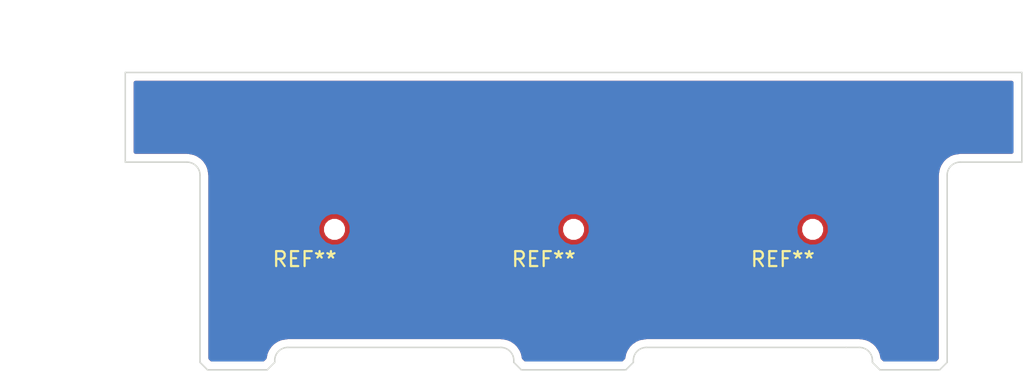
<source format=kicad_pcb>
(kicad_pcb (version 4) (host pcbnew "(2016-01-25 BZR 6514, Git a23e712)-product")

  (general
    (links 0)
    (no_connects 0)
    (area 109.250001 90.149999 178.050001 115.000001)
    (thickness 1.6)
    (drawings 35)
    (tracks 0)
    (zones 0)
    (modules 3)
    (nets 1)
  )

  (page A4)
  (layers
    (0 F.Cu signal)
    (31 B.Cu signal hide)
    (32 B.Adhes user)
    (33 F.Adhes user)
    (34 B.Paste user)
    (35 F.Paste user)
    (36 B.SilkS user)
    (37 F.SilkS user)
    (38 B.Mask user hide)
    (39 F.Mask user)
    (40 Dwgs.User user)
    (41 Cmts.User user)
    (42 Eco1.User user)
    (43 Eco2.User user)
    (44 Edge.Cuts user)
    (45 Margin user)
    (46 B.CrtYd user)
    (47 F.CrtYd user)
    (48 B.Fab user)
    (49 F.Fab user)
  )

  (setup
    (last_trace_width 0.25)
    (trace_clearance 0.2)
    (zone_clearance 0)
    (zone_45_only no)
    (trace_min 0.2)
    (segment_width 0.1)
    (edge_width 0.1)
    (via_size 0.6)
    (via_drill 0.4)
    (via_min_size 0.4)
    (via_min_drill 0.3)
    (uvia_size 0.3)
    (uvia_drill 0.1)
    (uvias_allowed no)
    (uvia_min_size 0.2)
    (uvia_min_drill 0.1)
    (pcb_text_width 0.3)
    (pcb_text_size 1.5 1.5)
    (mod_edge_width 0.15)
    (mod_text_size 1 1)
    (mod_text_width 0.15)
    (pad_size 1 1)
    (pad_drill 1)
    (pad_to_mask_clearance 0.2)
    (aux_axis_origin 0 0)
    (visible_elements FFFFFF7F)
    (pcbplotparams
      (layerselection 0x01000_7ffffffe)
      (usegerberextensions false)
      (excludeedgelayer true)
      (linewidth 0.100000)
      (plotframeref false)
      (viasonmask false)
      (mode 1)
      (useauxorigin true)
      (hpglpennumber 1)
      (hpglpenspeed 20)
      (hpglpendiameter 15)
      (hpglpenoverlay 2)
      (psnegative false)
      (psa4output false)
      (plotreference true)
      (plotvalue true)
      (plotinvisibletext false)
      (padsonsilk false)
      (subtractmaskfromsilk false)
      (outputformat 1)
      (mirror false)
      (drillshape 0)
      (scaleselection 1)
      (outputdirectory pinholes-gerbers))
  )

  (net 0 "")

  (net_class Default "This is the default net class."
    (clearance 0.2)
    (trace_width 0.25)
    (via_dia 0.6)
    (via_drill 0.4)
    (uvia_dia 0.3)
    (uvia_drill 0.1)
  )

  (module hole (layer F.Cu) (tedit 576D0DE9) (tstamp 576CF097)
    (at 132 105.5)
    (fp_text reference REF** (at -2 2) (layer F.SilkS)
      (effects (font (size 1 1) (thickness 0.15)))
    )
    (fp_text value hole (at -2 -1) (layer F.Fab)
      (effects (font (size 1 1) (thickness 0.15)))
    )
    (pad "" np_thru_hole circle (at 0 0) (size 1 1) (drill 1) (layers *.Cu))
  )

  (module hole (layer F.Cu) (tedit 576CF085) (tstamp 576CF0B9)
    (at 164 105.5)
    (fp_text reference REF** (at -2 2) (layer F.SilkS)
      (effects (font (size 1 1) (thickness 0.15)))
    )
    (fp_text value hole (at -2 -1) (layer F.Fab)
      (effects (font (size 1 1) (thickness 0.15)))
    )
    (pad "" np_thru_hole circle (at 0 0) (size 1 1) (drill 1) (layers *.Cu))
  )

  (module hole (layer F.Cu) (tedit 576CF085) (tstamp 576CF0B2)
    (at 148 105.5)
    (fp_text reference REF** (at -2 2) (layer F.SilkS)
      (effects (font (size 1 1) (thickness 0.15)))
    )
    (fp_text value hole (at -2 -1) (layer F.Fab)
      (effects (font (size 1 1) (thickness 0.15)))
    )
    (pad "" np_thru_hole circle (at 0 0) (size 1 1) (drill 1) (layers *.Cu))
  )

  (gr_arc (start 152.875 114.275) (end 152 114.275) (angle 90) (layer Edge.Cuts) (width 0.1) (tstamp 576CEF34))
  (gr_arc (start 167.125 114.275) (end 167.125 113.4) (angle 90) (layer Edge.Cuts) (width 0.1) (tstamp 576CEF21))
  (gr_arc (start 143.125 114.275) (end 143.125 113.4) (angle 90) (layer Edge.Cuts) (width 0.1) (tstamp 576CEF16))
  (gr_arc (start 128.875 114.275) (end 128 114.275) (angle 90) (layer Edge.Cuts) (width 0.1))
  (gr_line (start 128.875 112.96) (end 128.875 114.65) (layer Eco1.User) (width 0.1))
  (gr_line (start 127.2 114.275) (end 129 114.275) (layer Eco1.User) (width 0.1))
  (gr_line (start 123 114.4) (end 123.5 114.9) (layer Edge.Cuts) (width 0.1))
  (gr_arc (start 173.875 101.875) (end 173 101.875) (angle 90) (layer Edge.Cuts) (width 0.1))
  (gr_arc (start 122.125 101.875) (end 122.125 101) (angle 90) (layer Edge.Cuts) (width 0.1))
  (dimension 30 (width 0.3) (layer Eco1.User)
    (gr_text "30.000 mm" (at 162.998365 103.677641) (layer Eco1.User) (tstamp 576CEBC3)
      (effects (font (size 1.5 1.5) (thickness 0.3)))
    )
    (feature1 (pts (xy 147.998365 90.577641) (xy 147.998365 105.027641)))
    (feature2 (pts (xy 177.998365 90.577641) (xy 177.998365 105.027641)))
    (crossbar (pts (xy 177.998365 102.327641) (xy 147.998365 102.327641)))
    (arrow1a (pts (xy 147.998365 102.327641) (xy 149.124869 101.74122)))
    (arrow1b (pts (xy 147.998365 102.327641) (xy 149.124869 102.914062)))
    (arrow2a (pts (xy 177.998365 102.327641) (xy 176.871861 101.74122)))
    (arrow2b (pts (xy 177.998365 102.327641) (xy 176.871861 102.914062)))
  )
  (gr_line (start 148 107.5) (end 148 90.25) (layer Eco1.User) (width 0.2))
  (dimension 10.5 (width 0.3) (layer Eco1.User)
    (gr_text "10.500 mm" (at 115.9 100.25 90) (layer Eco1.User) (tstamp 576D0CEB)
      (effects (font (size 1.5 1.5) (thickness 0.3)))
    )
    (feature1 (pts (xy 128 95) (xy 114.55 95)))
    (feature2 (pts (xy 128 105.5) (xy 114.55 105.5)))
    (crossbar (pts (xy 117.25 105.5) (xy 117.25 95)))
    (arrow1a (pts (xy 117.25 95) (xy 117.836421 96.126504)))
    (arrow1b (pts (xy 117.25 95) (xy 116.663579 96.126504)))
    (arrow2a (pts (xy 117.25 105.5) (xy 117.836421 104.373496)))
    (arrow2b (pts (xy 117.25 105.5) (xy 116.663579 104.373496)))
  )
  (gr_line (start 127.5 105.5) (end 169 105.5) (layer Eco1.User) (width 0.2))
  (gr_line (start 128.875 113.4) (end 143.125 113.4) (layer Edge.Cuts) (width 0.1))
  (gr_line (start 128 114.4) (end 128 114.275) (layer Edge.Cuts) (width 0.1))
  (gr_line (start 127.5 114.9) (end 128 114.4) (layer Edge.Cuts) (width 0.1))
  (gr_line (start 123.5 114.9) (end 127.5 114.9) (layer Edge.Cuts) (width 0.1))
  (gr_line (start 123 101.875) (end 123 114.4) (layer Edge.Cuts) (width 0.1))
  (gr_line (start 118 101) (end 122.125 101) (layer Edge.Cuts) (width 0.1))
  (gr_line (start 118 95) (end 118 101) (layer Edge.Cuts) (width 0.1))
  (gr_line (start 178 95) (end 118 95) (layer Edge.Cuts) (width 0.1))
  (gr_line (start 173 114.4) (end 173 101.875) (layer Edge.Cuts) (width 0.1))
  (gr_line (start 172.5 114.9) (end 173 114.4) (layer Edge.Cuts) (width 0.1))
  (gr_line (start 168.5 114.9) (end 172.5 114.9) (layer Edge.Cuts) (width 0.1))
  (gr_line (start 168 114.4) (end 168.5 114.9) (layer Edge.Cuts) (width 0.1))
  (gr_line (start 168 114.275) (end 168 114.4) (layer Edge.Cuts) (width 0.1))
  (gr_line (start 166.25 113.4) (end 167.125 113.4) (layer Edge.Cuts) (width 0.1))
  (gr_line (start 152.875 113.4) (end 166.25 113.4) (layer Edge.Cuts) (width 0.1))
  (gr_line (start 152 114.4) (end 152 114.275) (layer Edge.Cuts) (width 0.1))
  (gr_line (start 151.5 114.9) (end 152 114.4) (layer Edge.Cuts) (width 0.1))
  (gr_line (start 144.5 114.9) (end 151.5 114.9) (layer Edge.Cuts) (width 0.1))
  (gr_line (start 144 114.4) (end 144.5 114.9) (layer Edge.Cuts) (width 0.1))
  (gr_line (start 144 114.275) (end 144 114.4) (layer Edge.Cuts) (width 0.1))
  (gr_line (start 178 101) (end 178 95) (layer Edge.Cuts) (width 0.1))
  (gr_line (start 173.875 101) (end 178 101) (layer Edge.Cuts) (width 0.1))

  (zone (net 0) (net_name "") (layer F.Cu) (tstamp 0) (hatch edge 0.508)
    (connect_pads (clearance 0.508))
    (min_thickness 0.254)
    (fill yes (arc_segments 16) (thermal_gap 0.508) (thermal_bridge_width 0.508))
    (polygon
      (pts
        (xy 118 95) (xy 178 95) (xy 178 101) (xy 174 101) (xy 173 102)
        (xy 173 115) (xy 168 115) (xy 167 114) (xy 153 114) (xy 152 115)
        (xy 144 115) (xy 143 114) (xy 129 114) (xy 128 115) (xy 123 115)
        (xy 123 114) (xy 123 102) (xy 118 101)
      )
    )
    (filled_polygon
      (pts
        (xy 177.315 100.315) (xy 173.875 100.315) (xy 173.80883 100.328162) (xy 173.406516 100.394767) (xy 173.406514 100.394768)
        (xy 173.406513 100.394768) (xy 173.159585 100.497049) (xy 172.875715 100.686726) (xy 172.82458 100.737862) (xy 172.686726 100.875715)
        (xy 172.497049 101.159585) (xy 172.497049 101.159586) (xy 172.497048 101.159587) (xy 172.394767 101.406516) (xy 172.328162 101.741364)
        (xy 172.328162 101.80883) (xy 172.315 101.875) (xy 172.315 114.116264) (xy 172.216264 114.215) (xy 168.783736 114.215)
        (xy 168.662338 114.093602) (xy 168.605233 113.806516) (xy 168.502952 113.559587) (xy 168.502951 113.559586) (xy 168.502951 113.559585)
        (xy 168.313274 113.275715) (xy 168.17542 113.137862) (xy 168.124285 113.086726) (xy 167.840415 112.897049) (xy 167.593487 112.794768)
        (xy 167.593486 112.794768) (xy 167.593484 112.794767) (xy 167.258636 112.728162) (xy 167.19117 112.728162) (xy 167.125 112.715)
        (xy 152.875 112.715) (xy 152.80883 112.728162) (xy 152.406516 112.794767) (xy 152.406514 112.794768) (xy 152.406513 112.794768)
        (xy 152.159585 112.897049) (xy 151.875715 113.086726) (xy 151.82458 113.137862) (xy 151.686726 113.275715) (xy 151.497049 113.559585)
        (xy 151.497049 113.559586) (xy 151.497048 113.559587) (xy 151.394767 113.806516) (xy 151.337662 114.093602) (xy 151.216264 114.215)
        (xy 144.783736 114.215) (xy 144.662338 114.093602) (xy 144.605233 113.806516) (xy 144.502952 113.559587) (xy 144.502951 113.559586)
        (xy 144.502951 113.559585) (xy 144.313274 113.275715) (xy 144.17542 113.137862) (xy 144.124285 113.086726) (xy 143.840415 112.897049)
        (xy 143.593487 112.794768) (xy 143.593486 112.794768) (xy 143.593484 112.794767) (xy 143.258636 112.728162) (xy 143.19117 112.728162)
        (xy 143.125 112.715) (xy 128.875 112.715) (xy 128.80883 112.728162) (xy 128.406516 112.794767) (xy 128.406514 112.794768)
        (xy 128.406513 112.794768) (xy 128.159585 112.897049) (xy 127.875715 113.086726) (xy 127.82458 113.137862) (xy 127.686726 113.275715)
        (xy 127.497049 113.559585) (xy 127.497049 113.559586) (xy 127.497048 113.559587) (xy 127.394767 113.806516) (xy 127.337662 114.093602)
        (xy 127.216264 114.215) (xy 123.783736 114.215) (xy 123.685 114.116264) (xy 123.685 103) (xy 128.873 103)
        (xy 128.873 108) (xy 128.882667 108.048601) (xy 128.910197 108.089803) (xy 128.951399 108.117333) (xy 129 108.127)
        (xy 166 108.127) (xy 166.048601 108.117333) (xy 166.089803 108.089803) (xy 166.117333 108.048601) (xy 166.127 108)
        (xy 166.127 103) (xy 166.117333 102.951399) (xy 166.089803 102.910197) (xy 166.048601 102.882667) (xy 166 102.873)
        (xy 129 102.873) (xy 128.951399 102.882667) (xy 128.910197 102.910197) (xy 128.882667 102.951399) (xy 128.873 103)
        (xy 123.685 103) (xy 123.685 101.875) (xy 123.671838 101.80883) (xy 123.671838 101.741364) (xy 123.605233 101.406516)
        (xy 123.502952 101.159587) (xy 123.502951 101.159586) (xy 123.502951 101.159585) (xy 123.313274 100.875715) (xy 123.17542 100.737862)
        (xy 123.124285 100.686726) (xy 122.840415 100.497049) (xy 122.593487 100.394768) (xy 122.593486 100.394768) (xy 122.593484 100.394767)
        (xy 122.258636 100.328162) (xy 122.19117 100.328162) (xy 122.125 100.315) (xy 118.685 100.315) (xy 118.685 95.685)
        (xy 177.315 95.685)
      )
    )
  )
  (zone (net 0) (net_name "") (layer B.Cu) (tstamp 576D0B8C) (hatch edge 0.508)
    (connect_pads (clearance 0.508))
    (min_thickness 0.254)
    (fill yes (arc_segments 16) (thermal_gap 0.508) (thermal_bridge_width 0.508))
    (polygon
      (pts
        (xy 118 95) (xy 178 95) (xy 178 101) (xy 174 101) (xy 173 102)
        (xy 173 115) (xy 168 115) (xy 167 114) (xy 153 114) (xy 152 115)
        (xy 144 115) (xy 143 114) (xy 129 114) (xy 128 115) (xy 123 115)
        (xy 123 114) (xy 123 102) (xy 118 101)
      )
    )
    (filled_polygon
      (pts
        (xy 177.315 100.315) (xy 173.875 100.315) (xy 173.80883 100.328162) (xy 173.406516 100.394767) (xy 173.406514 100.394768)
        (xy 173.406513 100.394768) (xy 173.159585 100.497049) (xy 172.875715 100.686726) (xy 172.82458 100.737862) (xy 172.686726 100.875715)
        (xy 172.497049 101.159585) (xy 172.497049 101.159586) (xy 172.497048 101.159587) (xy 172.394767 101.406516) (xy 172.328162 101.741364)
        (xy 172.328162 101.80883) (xy 172.315 101.875) (xy 172.315 114.116264) (xy 172.216264 114.215) (xy 168.783736 114.215)
        (xy 168.662338 114.093602) (xy 168.605233 113.806516) (xy 168.502952 113.559587) (xy 168.502951 113.559586) (xy 168.502951 113.559585)
        (xy 168.313274 113.275715) (xy 168.17542 113.137862) (xy 168.124285 113.086726) (xy 167.840415 112.897049) (xy 167.593487 112.794768)
        (xy 167.593486 112.794768) (xy 167.593484 112.794767) (xy 167.258636 112.728162) (xy 167.19117 112.728162) (xy 167.125 112.715)
        (xy 152.875 112.715) (xy 152.80883 112.728162) (xy 152.406516 112.794767) (xy 152.406514 112.794768) (xy 152.406513 112.794768)
        (xy 152.159585 112.897049) (xy 151.875715 113.086726) (xy 151.82458 113.137862) (xy 151.686726 113.275715) (xy 151.497049 113.559585)
        (xy 151.497049 113.559586) (xy 151.497048 113.559587) (xy 151.394767 113.806516) (xy 151.337662 114.093602) (xy 151.216264 114.215)
        (xy 144.783736 114.215) (xy 144.662338 114.093602) (xy 144.605233 113.806516) (xy 144.502952 113.559587) (xy 144.502951 113.559586)
        (xy 144.502951 113.559585) (xy 144.313274 113.275715) (xy 144.17542 113.137862) (xy 144.124285 113.086726) (xy 143.840415 112.897049)
        (xy 143.593487 112.794768) (xy 143.593486 112.794768) (xy 143.593484 112.794767) (xy 143.258636 112.728162) (xy 143.19117 112.728162)
        (xy 143.125 112.715) (xy 128.875 112.715) (xy 128.80883 112.728162) (xy 128.406516 112.794767) (xy 128.406514 112.794768)
        (xy 128.406513 112.794768) (xy 128.159585 112.897049) (xy 127.875715 113.086726) (xy 127.82458 113.137862) (xy 127.686726 113.275715)
        (xy 127.497049 113.559585) (xy 127.497049 113.559586) (xy 127.497048 113.559587) (xy 127.394767 113.806516) (xy 127.337662 114.093602)
        (xy 127.216264 114.215) (xy 123.783736 114.215) (xy 123.685 114.116264) (xy 123.685 105.354972) (xy 130.851888 105.354972)
        (xy 130.864965 105.539632) (xy 130.864803 105.724775) (xy 130.88082 105.76354) (xy 130.883783 105.805375) (xy 130.994783 106.073352)
        (xy 131.009912 106.075965) (xy 131.037233 106.142086) (xy 131.356235 106.461645) (xy 131.423982 106.489776) (xy 131.426648 106.505217)
        (xy 131.602257 106.563803) (xy 131.773244 106.634803) (xy 131.815188 106.63484) (xy 131.854972 106.648112) (xy 132.039632 106.635035)
        (xy 132.224775 106.635197) (xy 132.26354 106.61918) (xy 132.305375 106.616217) (xy 132.573352 106.505217) (xy 132.575965 106.490088)
        (xy 132.642086 106.462767) (xy 132.961645 106.143765) (xy 132.989776 106.076018) (xy 133.005217 106.073352) (xy 133.063803 105.897743)
        (xy 133.134803 105.726756) (xy 133.13484 105.684812) (xy 133.148112 105.645028) (xy 133.135035 105.460368) (xy 133.135127 105.354972)
        (xy 146.851888 105.354972) (xy 146.864965 105.539632) (xy 146.864803 105.724775) (xy 146.88082 105.76354) (xy 146.883783 105.805375)
        (xy 146.994783 106.073352) (xy 147.009912 106.075965) (xy 147.037233 106.142086) (xy 147.356235 106.461645) (xy 147.423982 106.489776)
        (xy 147.426648 106.505217) (xy 147.602257 106.563803) (xy 147.773244 106.634803) (xy 147.815188 106.63484) (xy 147.854972 106.648112)
        (xy 148.039632 106.635035) (xy 148.224775 106.635197) (xy 148.26354 106.61918) (xy 148.305375 106.616217) (xy 148.573352 106.505217)
        (xy 148.575965 106.490088) (xy 148.642086 106.462767) (xy 148.961645 106.143765) (xy 148.989776 106.076018) (xy 149.005217 106.073352)
        (xy 149.063803 105.897743) (xy 149.134803 105.726756) (xy 149.13484 105.684812) (xy 149.148112 105.645028) (xy 149.135035 105.460368)
        (xy 149.135127 105.354972) (xy 162.851888 105.354972) (xy 162.864965 105.539632) (xy 162.864803 105.724775) (xy 162.88082 105.76354)
        (xy 162.883783 105.805375) (xy 162.994783 106.073352) (xy 163.009912 106.075965) (xy 163.037233 106.142086) (xy 163.356235 106.461645)
        (xy 163.423982 106.489776) (xy 163.426648 106.505217) (xy 163.602257 106.563803) (xy 163.773244 106.634803) (xy 163.815188 106.63484)
        (xy 163.854972 106.648112) (xy 164.039632 106.635035) (xy 164.224775 106.635197) (xy 164.26354 106.61918) (xy 164.305375 106.616217)
        (xy 164.573352 106.505217) (xy 164.575965 106.490088) (xy 164.642086 106.462767) (xy 164.961645 106.143765) (xy 164.989776 106.076018)
        (xy 165.005217 106.073352) (xy 165.063803 105.897743) (xy 165.134803 105.726756) (xy 165.13484 105.684812) (xy 165.148112 105.645028)
        (xy 165.135035 105.460368) (xy 165.135197 105.275225) (xy 165.11918 105.23646) (xy 165.116217 105.194625) (xy 165.005217 104.926648)
        (xy 164.990088 104.924035) (xy 164.962767 104.857914) (xy 164.643765 104.538355) (xy 164.576018 104.510224) (xy 164.573352 104.494783)
        (xy 164.397743 104.436197) (xy 164.226756 104.365197) (xy 164.184812 104.36516) (xy 164.145028 104.351888) (xy 163.960368 104.364965)
        (xy 163.775225 104.364803) (xy 163.73646 104.38082) (xy 163.694625 104.383783) (xy 163.426648 104.494783) (xy 163.424035 104.509912)
        (xy 163.357914 104.537233) (xy 163.038355 104.856235) (xy 163.010224 104.923982) (xy 162.994783 104.926648) (xy 162.936197 105.102257)
        (xy 162.865197 105.273244) (xy 162.86516 105.315188) (xy 162.851888 105.354972) (xy 149.135127 105.354972) (xy 149.135197 105.275225)
        (xy 149.11918 105.23646) (xy 149.116217 105.194625) (xy 149.005217 104.926648) (xy 148.990088 104.924035) (xy 148.962767 104.857914)
        (xy 148.643765 104.538355) (xy 148.576018 104.510224) (xy 148.573352 104.494783) (xy 148.397743 104.436197) (xy 148.226756 104.365197)
        (xy 148.184812 104.36516) (xy 148.145028 104.351888) (xy 147.960368 104.364965) (xy 147.775225 104.364803) (xy 147.73646 104.38082)
        (xy 147.694625 104.383783) (xy 147.426648 104.494783) (xy 147.424035 104.509912) (xy 147.357914 104.537233) (xy 147.038355 104.856235)
        (xy 147.010224 104.923982) (xy 146.994783 104.926648) (xy 146.936197 105.102257) (xy 146.865197 105.273244) (xy 146.86516 105.315188)
        (xy 146.851888 105.354972) (xy 133.135127 105.354972) (xy 133.135197 105.275225) (xy 133.11918 105.23646) (xy 133.116217 105.194625)
        (xy 133.005217 104.926648) (xy 132.990088 104.924035) (xy 132.962767 104.857914) (xy 132.643765 104.538355) (xy 132.576018 104.510224)
        (xy 132.573352 104.494783) (xy 132.397743 104.436197) (xy 132.226756 104.365197) (xy 132.184812 104.36516) (xy 132.145028 104.351888)
        (xy 131.960368 104.364965) (xy 131.775225 104.364803) (xy 131.73646 104.38082) (xy 131.694625 104.383783) (xy 131.426648 104.494783)
        (xy 131.424035 104.509912) (xy 131.357914 104.537233) (xy 131.038355 104.856235) (xy 131.010224 104.923982) (xy 130.994783 104.926648)
        (xy 130.936197 105.102257) (xy 130.865197 105.273244) (xy 130.86516 105.315188) (xy 130.851888 105.354972) (xy 123.685 105.354972)
        (xy 123.685 101.875) (xy 123.671838 101.80883) (xy 123.671838 101.741364) (xy 123.605233 101.406516) (xy 123.502952 101.159587)
        (xy 123.502951 101.159586) (xy 123.502951 101.159585) (xy 123.313274 100.875715) (xy 123.17542 100.737862) (xy 123.124285 100.686726)
        (xy 122.840415 100.497049) (xy 122.593487 100.394768) (xy 122.593486 100.394768) (xy 122.593484 100.394767) (xy 122.258636 100.328162)
        (xy 122.19117 100.328162) (xy 122.125 100.315) (xy 118.685 100.315) (xy 118.685 95.685) (xy 177.315 95.685)
      )
    )
  )
  (zone (net 0) (net_name "") (layer F.Cu) (tstamp 576D0C83) (hatch edge 0.508)
    (priority 1)
    (connect_pads yes (clearance 0))
    (min_thickness 0.254)
    (fill yes (arc_segments 16) (thermal_gap 0) (thermal_bridge_width 0.3))
    (polygon
      (pts
        (xy 129 103) (xy 166 103) (xy 166 108) (xy 129 108)
      )
    )
    (filled_polygon
      (pts
        (xy 165.873 107.873) (xy 129.127 107.873) (xy 129.127 105.663779) (xy 131.172857 105.663779) (xy 131.298495 105.967846)
        (xy 131.53093 106.200688) (xy 131.834778 106.326856) (xy 132.163779 106.327143) (xy 132.467846 106.201505) (xy 132.700688 105.96907)
        (xy 132.826856 105.665222) (xy 132.826857 105.663779) (xy 147.172857 105.663779) (xy 147.298495 105.967846) (xy 147.53093 106.200688)
        (xy 147.834778 106.326856) (xy 148.163779 106.327143) (xy 148.467846 106.201505) (xy 148.700688 105.96907) (xy 148.826856 105.665222)
        (xy 148.826857 105.663779) (xy 163.172857 105.663779) (xy 163.298495 105.967846) (xy 163.53093 106.200688) (xy 163.834778 106.326856)
        (xy 164.163779 106.327143) (xy 164.467846 106.201505) (xy 164.700688 105.96907) (xy 164.826856 105.665222) (xy 164.827143 105.336221)
        (xy 164.701505 105.032154) (xy 164.46907 104.799312) (xy 164.165222 104.673144) (xy 163.836221 104.672857) (xy 163.532154 104.798495)
        (xy 163.299312 105.03093) (xy 163.173144 105.334778) (xy 163.172857 105.663779) (xy 148.826857 105.663779) (xy 148.827143 105.336221)
        (xy 148.701505 105.032154) (xy 148.46907 104.799312) (xy 148.165222 104.673144) (xy 147.836221 104.672857) (xy 147.532154 104.798495)
        (xy 147.299312 105.03093) (xy 147.173144 105.334778) (xy 147.172857 105.663779) (xy 132.826857 105.663779) (xy 132.827143 105.336221)
        (xy 132.701505 105.032154) (xy 132.46907 104.799312) (xy 132.165222 104.673144) (xy 131.836221 104.672857) (xy 131.532154 104.798495)
        (xy 131.299312 105.03093) (xy 131.173144 105.334778) (xy 131.172857 105.663779) (xy 129.127 105.663779) (xy 129.127 103.127)
        (xy 165.873 103.127)
      )
    )
  )
)

</source>
